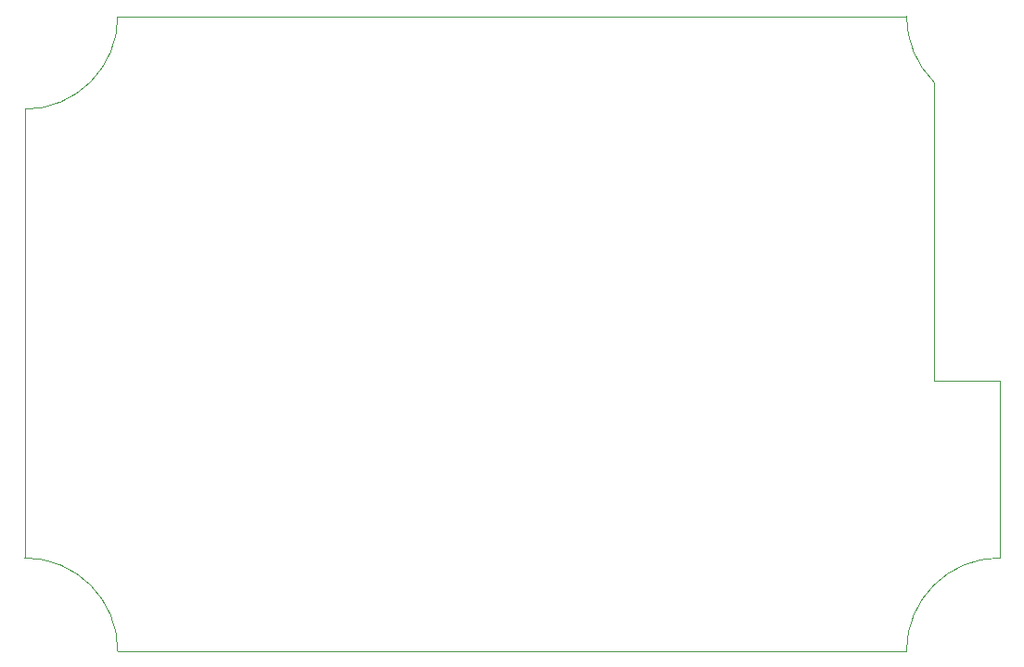
<source format=gbr>
G04 #@! TF.GenerationSoftware,KiCad,Pcbnew,5.1.5+dfsg1-2build2*
G04 #@! TF.CreationDate,2021-04-26T18:34:44+00:00*
G04 #@! TF.ProjectId,SH-ESP32,53482d45-5350-4333-922e-6b696361645f,0.3.1*
G04 #@! TF.SameCoordinates,Original*
G04 #@! TF.FileFunction,Profile,NP*
%FSLAX46Y46*%
G04 Gerber Fmt 4.6, Leading zero omitted, Abs format (unit mm)*
G04 Created by KiCad (PCBNEW 5.1.5+dfsg1-2build2) date 2021-04-26 18:34:44*
%MOMM*%
%LPD*%
G04 APERTURE LIST*
G04 #@! TA.AperFunction,Profile*
%ADD10C,0.050000*%
G04 #@! TD*
G04 APERTURE END LIST*
D10*
X178000000Y-90300000D02*
X178000000Y-106500000D01*
X172000000Y-90300000D02*
X172000092Y-63020889D01*
X178000000Y-90300000D02*
X172000000Y-90300000D01*
X169500000Y-115000000D02*
G75*
G02X178000000Y-106500000I8500000J0D01*
G01*
X89000000Y-106500000D02*
G75*
G02X97500000Y-115000000I0J-8500000D01*
G01*
X172000092Y-63020889D02*
G75*
G02X169500000Y-57000000I5999908J6020889D01*
G01*
X97500000Y-57000000D02*
G75*
G02X89000000Y-65500000I-8500000J0D01*
G01*
X169500000Y-115000000D02*
X97500000Y-115000000D01*
X169500000Y-57000000D02*
X97500000Y-57000000D01*
X89000000Y-65500000D02*
X89000000Y-106500000D01*
M02*

</source>
